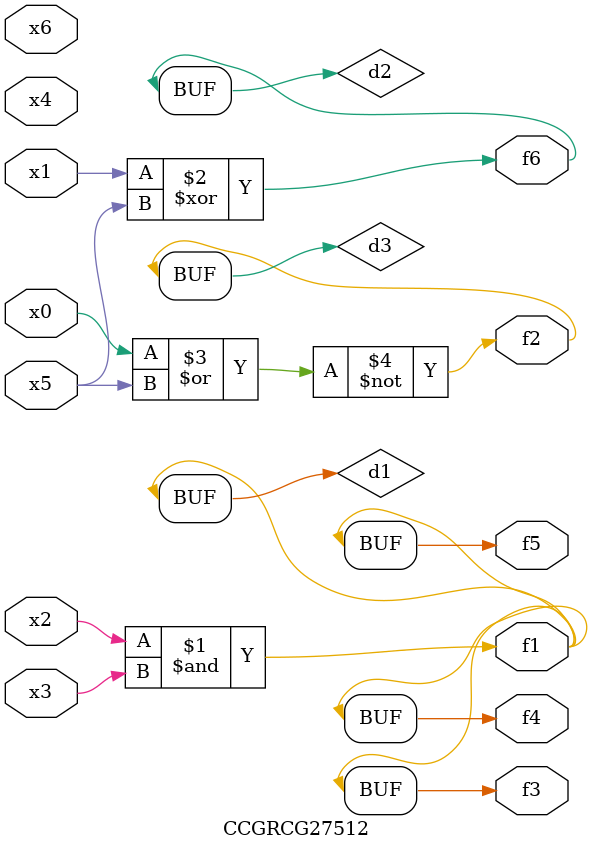
<source format=v>
module CCGRCG27512(
	input x0, x1, x2, x3, x4, x5, x6,
	output f1, f2, f3, f4, f5, f6
);

	wire d1, d2, d3;

	and (d1, x2, x3);
	xor (d2, x1, x5);
	nor (d3, x0, x5);
	assign f1 = d1;
	assign f2 = d3;
	assign f3 = d1;
	assign f4 = d1;
	assign f5 = d1;
	assign f6 = d2;
endmodule

</source>
